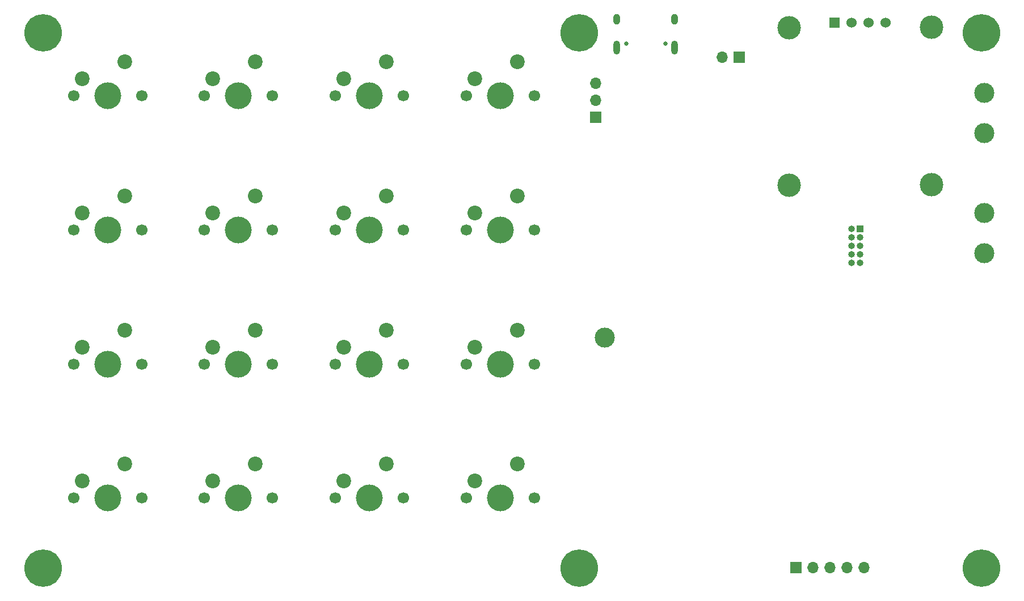
<source format=gbr>
%TF.GenerationSoftware,KiCad,Pcbnew,7.0.4-40-g0180cb380f*%
%TF.CreationDate,2023-06-12T22:45:27+02:00*%
%TF.ProjectId,New Business Card,4e657720-4275-4736-996e-657373204361,rev?*%
%TF.SameCoordinates,Original*%
%TF.FileFunction,Soldermask,Bot*%
%TF.FilePolarity,Negative*%
%FSLAX46Y46*%
G04 Gerber Fmt 4.6, Leading zero omitted, Abs format (unit mm)*
G04 Created by KiCad (PCBNEW 7.0.4-40-g0180cb380f) date 2023-06-12 22:45:27*
%MOMM*%
%LPD*%
G01*
G04 APERTURE LIST*
%ADD10C,4.000000*%
%ADD11C,1.700000*%
%ADD12C,2.200000*%
%ADD13C,1.524000*%
%ADD14C,3.500000*%
%ADD15R,1.524000X1.524000*%
%ADD16C,3.000000*%
%ADD17R,1.700000X1.700000*%
%ADD18O,1.700000X1.700000*%
%ADD19C,5.600000*%
%ADD20R,1.000000X1.000000*%
%ADD21O,1.000000X1.000000*%
%ADD22C,0.650000*%
%ADD23O,1.000000X2.100000*%
%ADD24O,1.000000X1.600000*%
G04 APERTURE END LIST*
D10*
%TO.C,SW17*%
X148200000Y-109540000D03*
D11*
X143120000Y-109540000D03*
X153280000Y-109540000D03*
D12*
X150740000Y-104460000D03*
X144390000Y-107000000D03*
%TD*%
D10*
%TO.C,SW16*%
X128673332Y-109540000D03*
D11*
X123593332Y-109540000D03*
X133753332Y-109540000D03*
D12*
X131213332Y-104460000D03*
X124863332Y-107000000D03*
%TD*%
%TO.C,SW15*%
X105336666Y-107000000D03*
X111686666Y-104460000D03*
D11*
X114226666Y-109540000D03*
X104066666Y-109540000D03*
D10*
X109146666Y-109540000D03*
%TD*%
%TO.C,SW14*%
X89620000Y-109540000D03*
D11*
X84540000Y-109540000D03*
X94700000Y-109540000D03*
D12*
X92160000Y-104460000D03*
X85810000Y-107000000D03*
%TD*%
D10*
%TO.C,SW13*%
X148200000Y-89513332D03*
D11*
X143120000Y-89513332D03*
X153280000Y-89513332D03*
D12*
X150740000Y-84433332D03*
X144390000Y-86973332D03*
%TD*%
%TO.C,SW12*%
X124863332Y-86973332D03*
X131213332Y-84433332D03*
D11*
X133753332Y-89513332D03*
X123593332Y-89513332D03*
D10*
X128673332Y-89513332D03*
%TD*%
%TO.C,SW11*%
X109146666Y-89513332D03*
D11*
X104066666Y-89513332D03*
X114226666Y-89513332D03*
D12*
X111686666Y-84433332D03*
X105336666Y-86973332D03*
%TD*%
%TO.C,SW10*%
X85810000Y-86973332D03*
X92160000Y-84433332D03*
D11*
X94700000Y-89513332D03*
X84540000Y-89513332D03*
D10*
X89620000Y-89513332D03*
%TD*%
D12*
%TO.C,SW9*%
X144390000Y-66946666D03*
X150740000Y-64406666D03*
D11*
X153280000Y-69486666D03*
X143120000Y-69486666D03*
D10*
X148200000Y-69486666D03*
%TD*%
D12*
%TO.C,SW8*%
X124863332Y-66946666D03*
X131213332Y-64406666D03*
D11*
X133753332Y-69486666D03*
X123593332Y-69486666D03*
D10*
X128673332Y-69486666D03*
%TD*%
D12*
%TO.C,SW7*%
X105336666Y-66946666D03*
X111686666Y-64406666D03*
D11*
X114226666Y-69486666D03*
X104066666Y-69486666D03*
D10*
X109146666Y-69486666D03*
%TD*%
%TO.C,SW6*%
X89620000Y-69486666D03*
D11*
X84540000Y-69486666D03*
X94700000Y-69486666D03*
D12*
X92160000Y-64406666D03*
X85810000Y-66946666D03*
%TD*%
D10*
%TO.C,SW5*%
X148200000Y-49460000D03*
D11*
X143120000Y-49460000D03*
X153280000Y-49460000D03*
D12*
X150740000Y-44380000D03*
X144390000Y-46920000D03*
%TD*%
D10*
%TO.C,SW4*%
X128673332Y-49460000D03*
D11*
X123593332Y-49460000D03*
X133753332Y-49460000D03*
D12*
X131213332Y-44380000D03*
X124863332Y-46920000D03*
%TD*%
%TO.C,SW3*%
X105336666Y-46920000D03*
X111686666Y-44380000D03*
D11*
X114226666Y-49460000D03*
X104066666Y-49460000D03*
D10*
X109146666Y-49460000D03*
%TD*%
%TO.C,SW2*%
X89620000Y-49460000D03*
D11*
X84540000Y-49460000D03*
X94700000Y-49460000D03*
D12*
X92160000Y-44380000D03*
X85810000Y-46920000D03*
%TD*%
D13*
%TO.C,J1*%
X205760000Y-38500000D03*
X203220000Y-38500000D03*
X200680000Y-38500000D03*
D14*
X212600000Y-62700000D03*
X212600000Y-39200000D03*
D15*
X198140000Y-38500000D03*
D14*
X191300000Y-62800000D03*
X191300000Y-39300000D03*
%TD*%
D16*
%TO.C,TP2*%
X220446600Y-54974200D03*
%TD*%
D17*
%TO.C,SW1*%
X162500000Y-52640000D03*
D18*
X162500000Y-50100000D03*
X162500000Y-47560000D03*
%TD*%
D16*
%TO.C,TP3*%
X163830000Y-85598000D03*
%TD*%
D19*
%TO.C,H2*%
X80000000Y-120000000D03*
%TD*%
D16*
%TO.C,TP5*%
X220446600Y-72974200D03*
%TD*%
D19*
%TO.C,H5*%
X220000000Y-40000000D03*
%TD*%
D20*
%TO.C,J3*%
X201930000Y-69342000D03*
D21*
X200660000Y-69342000D03*
X201930000Y-70612000D03*
X200660000Y-70612000D03*
X201930000Y-71882000D03*
X200660000Y-71882000D03*
X201930000Y-73152000D03*
X200660000Y-73152000D03*
X201930000Y-74422000D03*
X200660000Y-74422000D03*
%TD*%
D19*
%TO.C,H6*%
X220000000Y-120000000D03*
%TD*%
D16*
%TO.C,TP4*%
X220446600Y-66974200D03*
%TD*%
D22*
%TO.C,J5*%
X172840000Y-41655000D03*
X167060000Y-41655000D03*
D23*
X174270000Y-42185000D03*
D24*
X174270000Y-38005000D03*
D23*
X165630000Y-42185000D03*
D24*
X165630000Y-38005000D03*
%TD*%
D16*
%TO.C,TP1*%
X220446600Y-48974200D03*
%TD*%
D17*
%TO.C,J2*%
X192310000Y-119952000D03*
D18*
X194850000Y-119952000D03*
X197390000Y-119952000D03*
X199930000Y-119952000D03*
X202470000Y-119952000D03*
%TD*%
D19*
%TO.C,H4*%
X160000000Y-40000000D03*
%TD*%
%TO.C,H3*%
X80000000Y-40000000D03*
%TD*%
D17*
%TO.C,J4*%
X183896000Y-43688000D03*
D18*
X181356000Y-43688000D03*
%TD*%
D19*
%TO.C,H1*%
X160000000Y-120000000D03*
%TD*%
M02*

</source>
